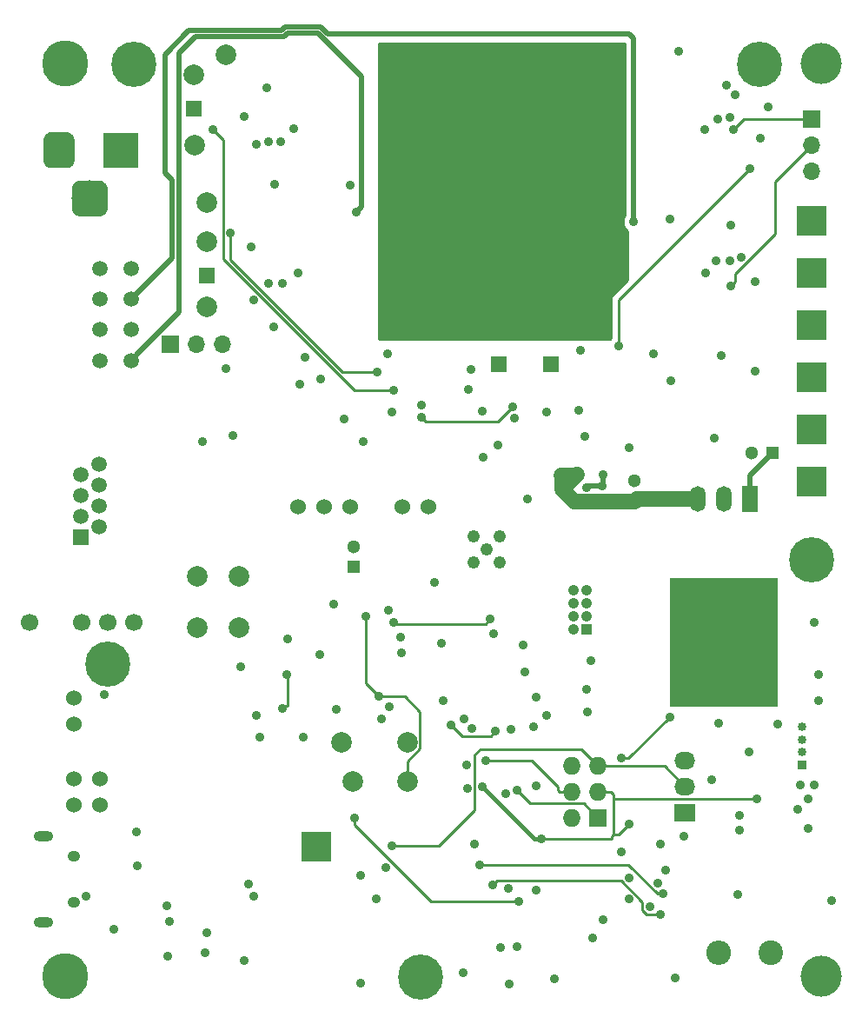
<source format=gbl>
G04 #@! TF.GenerationSoftware,KiCad,Pcbnew,(5.1.0)-1*
G04 #@! TF.CreationDate,2019-10-16T14:32:53+01:00*
G04 #@! TF.ProjectId,TempCtrl,54656d70-4374-4726-9c2e-6b696361645f,v4.3D*
G04 #@! TF.SameCoordinates,Original*
G04 #@! TF.FileFunction,Copper,L4,Bot*
G04 #@! TF.FilePolarity,Positive*
%FSLAX46Y46*%
G04 Gerber Fmt 4.6, Leading zero omitted, Abs format (unit mm)*
G04 Created by KiCad (PCBNEW (5.1.0)-1) date 2019-10-16 14:32:53*
%MOMM*%
%LPD*%
G04 APERTURE LIST*
%ADD10C,1.240000*%
%ADD11R,3.000000X3.000000*%
%ADD12C,4.400000*%
%ADD13C,0.700000*%
%ADD14O,1.700000X1.700000*%
%ADD15R,1.700000X1.700000*%
%ADD16R,1.500000X1.500000*%
%ADD17C,1.524000*%
%ADD18O,2.400000X2.400000*%
%ADD19C,2.400000*%
%ADD20C,2.000000*%
%ADD21R,1.300000X1.300000*%
%ADD22C,1.300000*%
%ADD23R,1.727200X1.727200*%
%ADD24O,1.727200X1.727200*%
%ADD25O,1.900000X1.000000*%
%ADD26O,1.250000X1.050000*%
%ADD27R,10.500000X12.500000*%
%ADD28O,1.501140X2.499360*%
%ADD29R,1.501140X2.499360*%
%ADD30C,5.080000*%
%ADD31R,0.850000X0.850000*%
%ADD32C,0.850000*%
%ADD33R,2.032000X1.727200*%
%ADD34O,2.032000X1.727200*%
%ADD35C,1.998980*%
%ADD36C,1.500000*%
%ADD37C,4.500000*%
%ADD38C,4.000000*%
%ADD39R,1.050000X1.050000*%
%ADD40C,1.050000*%
%ADD41C,1.700000*%
%ADD42R,3.500000X3.500000*%
%ADD43C,0.150000*%
%ADD44C,3.000000*%
%ADD45C,3.500000*%
%ADD46C,0.889000*%
%ADD47C,0.500000*%
%ADD48C,1.500000*%
%ADD49C,0.254000*%
%ADD50C,0.400000*%
G04 APERTURE END LIST*
D10*
X209700000Y-87900000D03*
X208430000Y-86630000D03*
X210970000Y-89170000D03*
X210970000Y-86630000D03*
X208430000Y-89170000D03*
D11*
X193040000Y-116840000D03*
D12*
X175260000Y-40640000D03*
D13*
X176910000Y-40640000D03*
X176426726Y-41806726D03*
X175260000Y-42290000D03*
X174093274Y-41806726D03*
X173610000Y-40640000D03*
X174093274Y-39473274D03*
X175260000Y-38990000D03*
X176426726Y-39473274D03*
D12*
X241300000Y-88900000D03*
D13*
X242950000Y-88900000D03*
X242466726Y-90066726D03*
X241300000Y-90550000D03*
X240133274Y-90066726D03*
X239650000Y-88900000D03*
X240133274Y-87733274D03*
X241300000Y-87250000D03*
X242466726Y-87733274D03*
X173886726Y-97893274D03*
X172720000Y-97410000D03*
X171553274Y-97893274D03*
X171070000Y-99060000D03*
X171553274Y-100226726D03*
X172720000Y-100710000D03*
X173886726Y-100226726D03*
X174370000Y-99060000D03*
D12*
X172720000Y-99060000D03*
X203200000Y-129540000D03*
D13*
X204850000Y-129540000D03*
X204366726Y-130706726D03*
X203200000Y-131190000D03*
X202033274Y-130706726D03*
X201550000Y-129540000D03*
X202033274Y-128373274D03*
X203200000Y-127890000D03*
X204366726Y-128373274D03*
X237386726Y-39473274D03*
X236220000Y-38990000D03*
X235053274Y-39473274D03*
X234570000Y-40640000D03*
X235053274Y-41806726D03*
X236220000Y-42290000D03*
X237386726Y-41806726D03*
X237870000Y-40640000D03*
D12*
X236220000Y-40640000D03*
D14*
X241300000Y-51054000D03*
X241300000Y-48514000D03*
D15*
X241300000Y-45974000D03*
D14*
X183896000Y-67945000D03*
X181356000Y-67945000D03*
D15*
X178816000Y-67945000D03*
D16*
X181102000Y-44958000D03*
X210820000Y-69850000D03*
X182372000Y-61214000D03*
X215900000Y-69850000D03*
D11*
X241300000Y-81280000D03*
X241300000Y-71120000D03*
X241300000Y-60960000D03*
X241300000Y-76200000D03*
X241300000Y-66040000D03*
X241300000Y-55880000D03*
D17*
X169440000Y-104920000D03*
X169440000Y-102380000D03*
D18*
X232256000Y-127146000D03*
D19*
X237336000Y-127146000D03*
D20*
X181102000Y-41656000D03*
X184277000Y-39751000D03*
X181229000Y-48514000D03*
X182372000Y-57912000D03*
X182372000Y-54102000D03*
X182372000Y-64262000D03*
D21*
X224090000Y-83230000D03*
D22*
X224090000Y-81230000D03*
D17*
X204000000Y-83730000D03*
X201460000Y-83730000D03*
X196380000Y-83730000D03*
X193840000Y-83730000D03*
X191300000Y-83730000D03*
X169440000Y-110280000D03*
X169440000Y-112820000D03*
X171980000Y-110280000D03*
X171980000Y-112820000D03*
D23*
X220540000Y-114040000D03*
D24*
X218000000Y-114040000D03*
X220540000Y-111500000D03*
X218000000Y-111500000D03*
X220540000Y-108960000D03*
X218000000Y-108960000D03*
D25*
X166450000Y-115825000D03*
X166450000Y-124175000D03*
D26*
X169450000Y-117775000D03*
X169450000Y-122225000D03*
D27*
X232800000Y-96964000D03*
D28*
X232800000Y-83000000D03*
D29*
X235340000Y-83000000D03*
D28*
X230260000Y-83000000D03*
D30*
X232800000Y-99750000D03*
D31*
X240400000Y-108900000D03*
D32*
X240400000Y-107650000D03*
X240400000Y-106400000D03*
X240400000Y-105150000D03*
D33*
X229000000Y-113500000D03*
D34*
X229000000Y-110960000D03*
X229000000Y-108420000D03*
D35*
X185500000Y-90500640D03*
X185500000Y-95501900D03*
X181500000Y-90500640D03*
X181500000Y-95501900D03*
D36*
X175000000Y-69500000D03*
X172000000Y-69500000D03*
X172000000Y-66500000D03*
X175000000Y-66500000D03*
X175000000Y-63500000D03*
X172000000Y-63500000D03*
X175000000Y-60500000D03*
X172000000Y-60500000D03*
D37*
X168570000Y-129450000D03*
X168570000Y-40550000D03*
D16*
X170140000Y-86710000D03*
D36*
X171920000Y-85690000D03*
X170140000Y-84670000D03*
X171920000Y-83650000D03*
X170140000Y-82630000D03*
X171920000Y-81610000D03*
X170140000Y-80590000D03*
X171920000Y-79570000D03*
D38*
X242240000Y-129450000D03*
X242240000Y-40550000D03*
D39*
X219400000Y-95700000D03*
D40*
X219400000Y-94430000D03*
X219400000Y-93160000D03*
X219400000Y-91890000D03*
X218130000Y-94430000D03*
X218130000Y-93160000D03*
X218130000Y-91890000D03*
X218130000Y-95700000D03*
D21*
X237490000Y-78486000D03*
D22*
X235490000Y-78486000D03*
D21*
X196700000Y-89600000D03*
D22*
X196700000Y-87600000D03*
D41*
X165100000Y-95000000D03*
X170180000Y-95000000D03*
X172720000Y-95000000D03*
X175260000Y-95000000D03*
D20*
X201930000Y-110490000D03*
X195500000Y-106680000D03*
X201930000Y-106680000D03*
X196596000Y-110490000D03*
D42*
X174000000Y-49000000D03*
D43*
G36*
X168823513Y-47253611D02*
G01*
X168896318Y-47264411D01*
X168967714Y-47282295D01*
X169037013Y-47307090D01*
X169103548Y-47338559D01*
X169166678Y-47376398D01*
X169225795Y-47420242D01*
X169280330Y-47469670D01*
X169329758Y-47524205D01*
X169373602Y-47583322D01*
X169411441Y-47646452D01*
X169442910Y-47712987D01*
X169467705Y-47782286D01*
X169485589Y-47853682D01*
X169496389Y-47926487D01*
X169500000Y-48000000D01*
X169500000Y-50000000D01*
X169496389Y-50073513D01*
X169485589Y-50146318D01*
X169467705Y-50217714D01*
X169442910Y-50287013D01*
X169411441Y-50353548D01*
X169373602Y-50416678D01*
X169329758Y-50475795D01*
X169280330Y-50530330D01*
X169225795Y-50579758D01*
X169166678Y-50623602D01*
X169103548Y-50661441D01*
X169037013Y-50692910D01*
X168967714Y-50717705D01*
X168896318Y-50735589D01*
X168823513Y-50746389D01*
X168750000Y-50750000D01*
X167250000Y-50750000D01*
X167176487Y-50746389D01*
X167103682Y-50735589D01*
X167032286Y-50717705D01*
X166962987Y-50692910D01*
X166896452Y-50661441D01*
X166833322Y-50623602D01*
X166774205Y-50579758D01*
X166719670Y-50530330D01*
X166670242Y-50475795D01*
X166626398Y-50416678D01*
X166588559Y-50353548D01*
X166557090Y-50287013D01*
X166532295Y-50217714D01*
X166514411Y-50146318D01*
X166503611Y-50073513D01*
X166500000Y-50000000D01*
X166500000Y-48000000D01*
X166503611Y-47926487D01*
X166514411Y-47853682D01*
X166532295Y-47782286D01*
X166557090Y-47712987D01*
X166588559Y-47646452D01*
X166626398Y-47583322D01*
X166670242Y-47524205D01*
X166719670Y-47469670D01*
X166774205Y-47420242D01*
X166833322Y-47376398D01*
X166896452Y-47338559D01*
X166962987Y-47307090D01*
X167032286Y-47282295D01*
X167103682Y-47264411D01*
X167176487Y-47253611D01*
X167250000Y-47250000D01*
X168750000Y-47250000D01*
X168823513Y-47253611D01*
X168823513Y-47253611D01*
G37*
D44*
X168000000Y-49000000D03*
D43*
G36*
X171960765Y-51954213D02*
G01*
X172045704Y-51966813D01*
X172128999Y-51987677D01*
X172209848Y-52016605D01*
X172287472Y-52053319D01*
X172361124Y-52097464D01*
X172430094Y-52148616D01*
X172493718Y-52206282D01*
X172551384Y-52269906D01*
X172602536Y-52338876D01*
X172646681Y-52412528D01*
X172683395Y-52490152D01*
X172712323Y-52571001D01*
X172733187Y-52654296D01*
X172745787Y-52739235D01*
X172750000Y-52825000D01*
X172750000Y-54575000D01*
X172745787Y-54660765D01*
X172733187Y-54745704D01*
X172712323Y-54828999D01*
X172683395Y-54909848D01*
X172646681Y-54987472D01*
X172602536Y-55061124D01*
X172551384Y-55130094D01*
X172493718Y-55193718D01*
X172430094Y-55251384D01*
X172361124Y-55302536D01*
X172287472Y-55346681D01*
X172209848Y-55383395D01*
X172128999Y-55412323D01*
X172045704Y-55433187D01*
X171960765Y-55445787D01*
X171875000Y-55450000D01*
X170125000Y-55450000D01*
X170039235Y-55445787D01*
X169954296Y-55433187D01*
X169871001Y-55412323D01*
X169790152Y-55383395D01*
X169712528Y-55346681D01*
X169638876Y-55302536D01*
X169569906Y-55251384D01*
X169506282Y-55193718D01*
X169448616Y-55130094D01*
X169397464Y-55061124D01*
X169353319Y-54987472D01*
X169316605Y-54909848D01*
X169287677Y-54828999D01*
X169266813Y-54745704D01*
X169254213Y-54660765D01*
X169250000Y-54575000D01*
X169250000Y-52825000D01*
X169254213Y-52739235D01*
X169266813Y-52654296D01*
X169287677Y-52571001D01*
X169316605Y-52490152D01*
X169353319Y-52412528D01*
X169397464Y-52338876D01*
X169448616Y-52269906D01*
X169506282Y-52206282D01*
X169569906Y-52148616D01*
X169638876Y-52097464D01*
X169712528Y-52053319D01*
X169790152Y-52016605D01*
X169871001Y-51987677D01*
X169954296Y-51966813D01*
X170039235Y-51954213D01*
X170125000Y-51950000D01*
X171875000Y-51950000D01*
X171960765Y-51954213D01*
X171960765Y-51954213D01*
G37*
D45*
X171000000Y-53700000D03*
D46*
X197000000Y-55000000D03*
X187200000Y-48400000D03*
X188400000Y-48200000D03*
X189600000Y-48200000D03*
X189800000Y-62000000D03*
X188400000Y-62000000D03*
X187000000Y-63600000D03*
X232200000Y-46000000D03*
X233376628Y-45776628D03*
X232000000Y-59800000D03*
X233400000Y-59800000D03*
X234453078Y-59453078D03*
X233903578Y-43591422D03*
X218460000Y-80580000D03*
X216940000Y-80690000D03*
X217000000Y-82030000D03*
X235200000Y-107600000D03*
X211864465Y-130201480D03*
X218600000Y-74300000D03*
X195800000Y-75200000D03*
X212371512Y-75101827D03*
X207900000Y-72300000D03*
X227579000Y-71450000D03*
X184900000Y-76800000D03*
X211500000Y-111700000D03*
X207700000Y-108900000D03*
X214500000Y-121100000D03*
X197400000Y-119600000D03*
X199800000Y-118900000D03*
X234300000Y-113800000D03*
X220980000Y-123952000D03*
X209200000Y-74400000D03*
X172400000Y-102000000D03*
X221030000Y-80630000D03*
X234100000Y-121500000D03*
X231600000Y-110300000D03*
X238000000Y-104900000D03*
X232300000Y-104800000D03*
X236300000Y-47800000D03*
X207400000Y-129100000D03*
X232500000Y-69000000D03*
X228000000Y-129612458D03*
X215000000Y-42500000D03*
X215000000Y-45000000D03*
X215000000Y-47500000D03*
X215000000Y-50000000D03*
X217500000Y-42500000D03*
X217500000Y-45000000D03*
X217500000Y-47500000D03*
X217500000Y-50000000D03*
X220000000Y-45000000D03*
X220000000Y-42500000D03*
X220000000Y-47500000D03*
X220000000Y-50000000D03*
X220000000Y-65000000D03*
X220000000Y-62500000D03*
X220000000Y-57500000D03*
X220000000Y-60000000D03*
X217500000Y-65000000D03*
X217500000Y-62500000D03*
X217500000Y-60000000D03*
X217500000Y-57500000D03*
X215000000Y-65000000D03*
X215000000Y-62500000D03*
X215000000Y-60000000D03*
X215000000Y-57500000D03*
X202500000Y-57500000D03*
X202500000Y-60000000D03*
X202500000Y-62500000D03*
X202500000Y-65000000D03*
X205000000Y-57500000D03*
X205000000Y-60000000D03*
X205000000Y-62500000D03*
X205000000Y-65000000D03*
X207500000Y-60000000D03*
X207500000Y-57500000D03*
X207500000Y-62500000D03*
X207500000Y-65000000D03*
X207500000Y-50000000D03*
X207500000Y-47500000D03*
X207500000Y-42500000D03*
X207500000Y-45000000D03*
X205000000Y-50000000D03*
X205000000Y-47500000D03*
X205000000Y-45000000D03*
X205000000Y-42500000D03*
X202500000Y-50000000D03*
X202500000Y-47500000D03*
X202500000Y-45000000D03*
X202500000Y-42500000D03*
X231000000Y-61000000D03*
X188200000Y-42900000D03*
X191300000Y-61000000D03*
X230900000Y-47000000D03*
X218800000Y-68500000D03*
X219200000Y-76900000D03*
X215500000Y-74500000D03*
X210800000Y-77700000D03*
X225900000Y-68800000D03*
X227500000Y-55700000D03*
X233000000Y-42700000D03*
X186000000Y-45700000D03*
X190900000Y-46900000D03*
X197600000Y-77400000D03*
X193500000Y-71300000D03*
X203300000Y-73800000D03*
X200400000Y-74500000D03*
X189000000Y-52300000D03*
X196400000Y-52400000D03*
X188900000Y-66200000D03*
X184300000Y-70300000D03*
X182000000Y-77400000D03*
X191500000Y-71800000D03*
X231873000Y-77062000D03*
X214500000Y-110900000D03*
X207800000Y-111200000D03*
X208500000Y-116600000D03*
X216300000Y-129700000D03*
X212600000Y-126600000D03*
X211000000Y-126700000D03*
X211800000Y-120900000D03*
X198900000Y-121900000D03*
X197400000Y-130100000D03*
X234300000Y-115200000D03*
X235839000Y-61849000D03*
X223520000Y-77978000D03*
X220013846Y-125697342D03*
X223520000Y-121920000D03*
X222821448Y-117389463D03*
X227076000Y-119126000D03*
X226314000Y-120396000D03*
X225552000Y-122682000D03*
X223520000Y-119888000D03*
X226568000Y-116586000D03*
X228854000Y-115824000D03*
X233495837Y-56287027D03*
X208100000Y-70400000D03*
X209300000Y-78900000D03*
X213662780Y-82991864D03*
X228400000Y-39400000D03*
X235800000Y-70500000D03*
X200000000Y-68800000D03*
X192000000Y-69200000D03*
X220958804Y-81679132D03*
X219378306Y-81908490D03*
X186700549Y-58390294D03*
X241554000Y-94996000D03*
X237109000Y-44831000D03*
X200194000Y-103198000D03*
X173300000Y-124900000D03*
X178518239Y-122607338D03*
X186000000Y-127900000D03*
X187000000Y-121700000D03*
X182400000Y-125200000D03*
X178600000Y-127500000D03*
X178800000Y-124100000D03*
X175600000Y-118700000D03*
X175500000Y-115400000D03*
X170663421Y-121630882D03*
X182200000Y-127200000D03*
X186500000Y-120500000D03*
X222750000Y-108250000D03*
X227500000Y-104250000D03*
X224000000Y-56000000D03*
X183000000Y-47000000D03*
X200600000Y-72400000D03*
X199000000Y-70600000D03*
X184705522Y-57100000D03*
X241000000Y-112200000D03*
X241600000Y-110800000D03*
X242000000Y-102600000D03*
X219400000Y-101500000D03*
X207443928Y-104356072D03*
X212000000Y-105400000D03*
X201250000Y-96400000D03*
X199454021Y-104381085D03*
X191784000Y-106154000D03*
X193434000Y-98167000D03*
X219800000Y-98700000D03*
X208200000Y-105300000D03*
X214200000Y-105200000D03*
X219500000Y-103700000D03*
X215500000Y-104100000D03*
X201350000Y-97950000D03*
X194800000Y-93200000D03*
X190284000Y-96592000D03*
X195000000Y-103500000D03*
X187192000Y-104054000D03*
X187584000Y-106154000D03*
X214450000Y-102250000D03*
X213360000Y-99822000D03*
X185674000Y-99314000D03*
X205232000Y-97028000D03*
X205400000Y-102600000D03*
X200100000Y-93800000D03*
X210345157Y-96114800D03*
X204600000Y-91100000D03*
X213200000Y-97200000D03*
X233680000Y-46990000D03*
X200400000Y-116800000D03*
X233426000Y-62230000D03*
X190200000Y-100100000D03*
X189792000Y-103354000D03*
X203300000Y-75000000D03*
X212204113Y-74004113D03*
X209600000Y-108500000D03*
X212600000Y-111300000D03*
X236000000Y-112200000D03*
X209273308Y-111042739D03*
X215000000Y-116100000D03*
X223570521Y-114631485D03*
X210498520Y-105606778D03*
X206200000Y-105000000D03*
X197900000Y-94400000D03*
X199200000Y-102200000D03*
X212800000Y-122200000D03*
X196786530Y-114072494D03*
X235300000Y-50800000D03*
X222504000Y-68072000D03*
X240000000Y-113200000D03*
X240200000Y-110800000D03*
X243300000Y-122100000D03*
X241000000Y-115100000D03*
X242000000Y-100100000D03*
X209000000Y-118600000D03*
X226815845Y-121416218D03*
X210216752Y-120590427D03*
X226568000Y-123444000D03*
X210000000Y-94700000D03*
X200582281Y-95034824D03*
D47*
X181274231Y-37976990D02*
X179719323Y-39531898D01*
X197000000Y-55000000D02*
X197444499Y-54555501D01*
X197444499Y-54555501D02*
X197444499Y-41791720D01*
X179719323Y-64780677D02*
X175749999Y-68750001D01*
X179719323Y-39531898D02*
X179719323Y-64780677D01*
X175749999Y-68750001D02*
X175000000Y-69500000D01*
X189910232Y-37976990D02*
X181274231Y-37976990D01*
X190291232Y-37595990D02*
X189910232Y-37976990D01*
X193248769Y-37595990D02*
X190291232Y-37595990D01*
X197444499Y-41791720D02*
X193248769Y-37595990D01*
X235340000Y-83000000D02*
X235340000Y-80660000D01*
X235340000Y-80660000D02*
X237550000Y-78450000D01*
D48*
X224320000Y-83000000D02*
X224090000Y-83230000D01*
X230260000Y-83000000D02*
X224320000Y-83000000D01*
X224090000Y-83230000D02*
X218200000Y-83230000D01*
X218200000Y-83230000D02*
X217000000Y-82030000D01*
X217000000Y-80750000D02*
X216940000Y-80690000D01*
X217000000Y-82030000D02*
X217000000Y-80750000D01*
X218350000Y-80690000D02*
X218460000Y-80580000D01*
X216940000Y-80690000D02*
X218350000Y-80690000D01*
X217010000Y-82030000D02*
X218460000Y-80580000D01*
X217000000Y-82030000D02*
X217010000Y-82030000D01*
D47*
X232800000Y-83000000D02*
X232800000Y-83630000D01*
X219607664Y-81679132D02*
X219378306Y-81908490D01*
X221030000Y-80630000D02*
X221030000Y-81607936D01*
X221030000Y-81607936D02*
X220958804Y-81679132D01*
X220958804Y-81679132D02*
X219607664Y-81679132D01*
D49*
X200274000Y-103278000D02*
X200194000Y-103198000D01*
X227500000Y-104250000D02*
X223500000Y-108250000D01*
X223500000Y-108250000D02*
X222750000Y-108250000D01*
D47*
X179000000Y-51900000D02*
X179000000Y-59500000D01*
X179000000Y-59500000D02*
X175000000Y-63500000D01*
X179000000Y-51900000D02*
X179000000Y-51960660D01*
X193508484Y-36968978D02*
X190031516Y-36968979D01*
X224000000Y-56000000D02*
X224000000Y-38087222D01*
X224000000Y-38087222D02*
X223581768Y-37668990D01*
X223581768Y-37668990D02*
X194208496Y-37668990D01*
X178304011Y-39679484D02*
X178304011Y-51204011D01*
X178304011Y-51204011D02*
X179000000Y-51900000D01*
X180633516Y-37349979D02*
X178304011Y-39679484D01*
X189650516Y-37349979D02*
X180633516Y-37349979D01*
X190031516Y-36968979D02*
X189650516Y-37349979D01*
X194208496Y-37668990D02*
X193508484Y-36968978D01*
D49*
X200600000Y-72400000D02*
X196833782Y-72400000D01*
X196833782Y-72400000D02*
X184007012Y-59573230D01*
X184007012Y-59573230D02*
X184007012Y-48007012D01*
X183444499Y-47444499D02*
X183000000Y-47000000D01*
X184007012Y-48007012D02*
X183444499Y-47444499D01*
X184705522Y-59732910D02*
X184705522Y-57728617D01*
X184705522Y-57728617D02*
X184705522Y-57100000D01*
X195572612Y-70600000D02*
X184705522Y-59732910D01*
X199000000Y-70600000D02*
X195572612Y-70600000D01*
X234696000Y-45974000D02*
X241300000Y-45974000D01*
X233680000Y-46990000D02*
X234696000Y-45974000D01*
X222960000Y-108960000D02*
X227000000Y-108960000D01*
X220540000Y-108960000D02*
X222960000Y-108960000D01*
X227000000Y-108960000D02*
X229000000Y-110960000D01*
X205000000Y-116800000D02*
X200400000Y-116800000D01*
X220540000Y-108960000D02*
X218922399Y-107342399D01*
X208500000Y-107900000D02*
X208500000Y-113300000D01*
X218922399Y-107342399D02*
X209057601Y-107342399D01*
X209057601Y-107342399D02*
X208500000Y-107900000D01*
X208500000Y-113300000D02*
X205000000Y-116800000D01*
X233870499Y-61785501D02*
X233870499Y-61023501D01*
X233426000Y-62230000D02*
X233870499Y-61785501D01*
X233870499Y-61023501D02*
X237744000Y-57150000D01*
X237744000Y-52070000D02*
X241300000Y-48514000D01*
X237744000Y-57150000D02*
X237744000Y-52070000D01*
X190300000Y-103100000D02*
X190300000Y-100200000D01*
X190300000Y-100200000D02*
X190200000Y-100100000D01*
X190046000Y-103100000D02*
X189792000Y-103354000D01*
X190300000Y-103100000D02*
X190046000Y-103100000D01*
X218000000Y-111500000D02*
X216778686Y-111500000D01*
X216778686Y-111500000D02*
X216600000Y-111321314D01*
X216600000Y-111321314D02*
X216600000Y-111000000D01*
X210228617Y-108500000D02*
X209600000Y-108500000D01*
X214100000Y-108500000D02*
X210228617Y-108500000D01*
X216600000Y-111000000D02*
X214100000Y-108500000D01*
X212204113Y-74004113D02*
X210763727Y-75444499D01*
X203744499Y-75444499D02*
X203300000Y-75000000D01*
X210763727Y-75444499D02*
X203744499Y-75444499D01*
X219117601Y-112617601D02*
X220540000Y-114040000D01*
X212600000Y-111300000D02*
X213917601Y-112617601D01*
X213917601Y-112617601D02*
X219117601Y-112617601D01*
X236000000Y-112200000D02*
X226300000Y-112200000D01*
X226300000Y-112200000D02*
X222007717Y-112200000D01*
X222007717Y-112200000D02*
X222100000Y-112292283D01*
X222100000Y-112292283D02*
X222100000Y-112300000D01*
X222100000Y-112300000D02*
X222007717Y-112300000D01*
X220540000Y-111500000D02*
X221761314Y-111500000D01*
X221761314Y-111500000D02*
X222007717Y-111746403D01*
X222007717Y-111746403D02*
X222007717Y-112300000D01*
D50*
X209717807Y-111487238D02*
X209273308Y-111042739D01*
X214330569Y-116100000D02*
X209717807Y-111487238D01*
X215000000Y-116100000D02*
X214330569Y-116100000D01*
D49*
X222007717Y-112300000D02*
X222007709Y-112300008D01*
X222007709Y-112300008D02*
X222007709Y-115639862D01*
X215000000Y-116100000D02*
X221839230Y-116100000D01*
X221839230Y-115808341D02*
X222007709Y-115639862D01*
X221839230Y-116100000D02*
X221839230Y-115808341D01*
X222007709Y-115639862D02*
X222562144Y-115639862D01*
X222562144Y-115639862D02*
X223126022Y-115075984D01*
X223126022Y-115075984D02*
X223570521Y-114631485D01*
X210054021Y-106051277D02*
X210498520Y-105606778D01*
X207251277Y-106051277D02*
X210054021Y-106051277D01*
X206200000Y-105000000D02*
X207251277Y-106051277D01*
X197900000Y-100900000D02*
X197900000Y-94400000D01*
X199200000Y-102200000D02*
X197900000Y-100900000D01*
X203184001Y-107281921D02*
X201930000Y-108535922D01*
X201930000Y-108535922D02*
X201930000Y-109075787D01*
X203184001Y-103684001D02*
X203184001Y-107281921D01*
X201700000Y-102200000D02*
X203184001Y-103684001D01*
X199200000Y-102200000D02*
X201700000Y-102200000D01*
X201930000Y-109075787D02*
X201930000Y-110490000D01*
X212800000Y-122200000D02*
X204285419Y-122200000D01*
X204285419Y-122200000D02*
X196786530Y-114701111D01*
X196786530Y-114701111D02*
X196786530Y-114072494D01*
X222504000Y-63596000D02*
X235300000Y-50800000D01*
X222504000Y-68072000D02*
X222504000Y-63596000D01*
X209000000Y-118600000D02*
X223484218Y-118600000D01*
X223484218Y-118600000D02*
X226300436Y-121416218D01*
X226300436Y-121416218D02*
X226815845Y-121416218D01*
X210661251Y-120145928D02*
X222744146Y-120145928D01*
X224853499Y-122255281D02*
X224853499Y-123017281D01*
X210216752Y-120590427D02*
X210661251Y-120145928D01*
X222744146Y-120145928D02*
X224853499Y-122255281D01*
X224853499Y-123017281D02*
X225280218Y-123444000D01*
X225280218Y-123444000D02*
X225939383Y-123444000D01*
X225939383Y-123444000D02*
X226568000Y-123444000D01*
X200582281Y-95034824D02*
X200697457Y-95150000D01*
X200697457Y-95150000D02*
X209550000Y-95150000D01*
X209550000Y-95150000D02*
X210000000Y-94700000D01*
G36*
X223115000Y-55381448D02*
G01*
X223043360Y-55488665D01*
X222961985Y-55685122D01*
X222920500Y-55893679D01*
X222920500Y-56106321D01*
X222961985Y-56314878D01*
X223043360Y-56511335D01*
X223161498Y-56688141D01*
X223311859Y-56838502D01*
X223373000Y-56879355D01*
X223373000Y-61649370D01*
X221991649Y-63030721D01*
X221962579Y-63054578D01*
X221938722Y-63083648D01*
X221938721Y-63083649D01*
X221867355Y-63170608D01*
X221796599Y-63302985D01*
X221753027Y-63446622D01*
X221738314Y-63596000D01*
X221742001Y-63633433D01*
X221742000Y-67307357D01*
X221676357Y-67373000D01*
X199127000Y-67373000D01*
X199127000Y-38627000D01*
X223115001Y-38627000D01*
X223115000Y-55381448D01*
X223115000Y-55381448D01*
G37*
X223115000Y-55381448D02*
X223043360Y-55488665D01*
X222961985Y-55685122D01*
X222920500Y-55893679D01*
X222920500Y-56106321D01*
X222961985Y-56314878D01*
X223043360Y-56511335D01*
X223161498Y-56688141D01*
X223311859Y-56838502D01*
X223373000Y-56879355D01*
X223373000Y-61649370D01*
X221991649Y-63030721D01*
X221962579Y-63054578D01*
X221938722Y-63083648D01*
X221938721Y-63083649D01*
X221867355Y-63170608D01*
X221796599Y-63302985D01*
X221753027Y-63446622D01*
X221738314Y-63596000D01*
X221742001Y-63633433D01*
X221742000Y-67307357D01*
X221676357Y-67373000D01*
X199127000Y-67373000D01*
X199127000Y-38627000D01*
X223115001Y-38627000D01*
X223115000Y-55381448D01*
M02*

</source>
